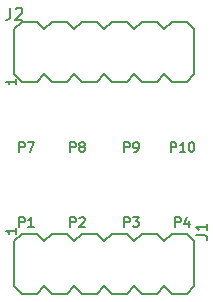
<source format=gto>
G04 #@! TF.GenerationSoftware,KiCad,Pcbnew,7.0.1*
G04 #@! TF.CreationDate,2023-03-21T03:43:12+09:00*
G04 #@! TF.ProjectId,Pmod_LED,506d6f64-5f4c-4454-942e-6b696361645f,rev?*
G04 #@! TF.SameCoordinates,Original*
G04 #@! TF.FileFunction,Legend,Top*
G04 #@! TF.FilePolarity,Positive*
%FSLAX46Y46*%
G04 Gerber Fmt 4.6, Leading zero omitted, Abs format (unit mm)*
G04 Created by KiCad (PCBNEW 7.0.1) date 2023-03-21 03:43:12*
%MOMM*%
%LPD*%
G01*
G04 APERTURE LIST*
%ADD10C,0.150000*%
G04 APERTURE END LIST*
D10*
X4235524Y-26278095D02*
X4235524Y-25478095D01*
X4235524Y-25478095D02*
X4540286Y-25478095D01*
X4540286Y-25478095D02*
X4616476Y-25516190D01*
X4616476Y-25516190D02*
X4654571Y-25554285D01*
X4654571Y-25554285D02*
X4692667Y-25630476D01*
X4692667Y-25630476D02*
X4692667Y-25744761D01*
X4692667Y-25744761D02*
X4654571Y-25820952D01*
X4654571Y-25820952D02*
X4616476Y-25859047D01*
X4616476Y-25859047D02*
X4540286Y-25897142D01*
X4540286Y-25897142D02*
X4235524Y-25897142D01*
X4959333Y-25478095D02*
X5492667Y-25478095D01*
X5492667Y-25478095D02*
X5149809Y-26278095D01*
X8553524Y-26278095D02*
X8553524Y-25478095D01*
X8553524Y-25478095D02*
X8858286Y-25478095D01*
X8858286Y-25478095D02*
X8934476Y-25516190D01*
X8934476Y-25516190D02*
X8972571Y-25554285D01*
X8972571Y-25554285D02*
X9010667Y-25630476D01*
X9010667Y-25630476D02*
X9010667Y-25744761D01*
X9010667Y-25744761D02*
X8972571Y-25820952D01*
X8972571Y-25820952D02*
X8934476Y-25859047D01*
X8934476Y-25859047D02*
X8858286Y-25897142D01*
X8858286Y-25897142D02*
X8553524Y-25897142D01*
X9467809Y-25820952D02*
X9391619Y-25782857D01*
X9391619Y-25782857D02*
X9353524Y-25744761D01*
X9353524Y-25744761D02*
X9315428Y-25668571D01*
X9315428Y-25668571D02*
X9315428Y-25630476D01*
X9315428Y-25630476D02*
X9353524Y-25554285D01*
X9353524Y-25554285D02*
X9391619Y-25516190D01*
X9391619Y-25516190D02*
X9467809Y-25478095D01*
X9467809Y-25478095D02*
X9620190Y-25478095D01*
X9620190Y-25478095D02*
X9696381Y-25516190D01*
X9696381Y-25516190D02*
X9734476Y-25554285D01*
X9734476Y-25554285D02*
X9772571Y-25630476D01*
X9772571Y-25630476D02*
X9772571Y-25668571D01*
X9772571Y-25668571D02*
X9734476Y-25744761D01*
X9734476Y-25744761D02*
X9696381Y-25782857D01*
X9696381Y-25782857D02*
X9620190Y-25820952D01*
X9620190Y-25820952D02*
X9467809Y-25820952D01*
X9467809Y-25820952D02*
X9391619Y-25859047D01*
X9391619Y-25859047D02*
X9353524Y-25897142D01*
X9353524Y-25897142D02*
X9315428Y-25973333D01*
X9315428Y-25973333D02*
X9315428Y-26125714D01*
X9315428Y-26125714D02*
X9353524Y-26201904D01*
X9353524Y-26201904D02*
X9391619Y-26240000D01*
X9391619Y-26240000D02*
X9467809Y-26278095D01*
X9467809Y-26278095D02*
X9620190Y-26278095D01*
X9620190Y-26278095D02*
X9696381Y-26240000D01*
X9696381Y-26240000D02*
X9734476Y-26201904D01*
X9734476Y-26201904D02*
X9772571Y-26125714D01*
X9772571Y-26125714D02*
X9772571Y-25973333D01*
X9772571Y-25973333D02*
X9734476Y-25897142D01*
X9734476Y-25897142D02*
X9696381Y-25859047D01*
X9696381Y-25859047D02*
X9620190Y-25820952D01*
X13125524Y-26278095D02*
X13125524Y-25478095D01*
X13125524Y-25478095D02*
X13430286Y-25478095D01*
X13430286Y-25478095D02*
X13506476Y-25516190D01*
X13506476Y-25516190D02*
X13544571Y-25554285D01*
X13544571Y-25554285D02*
X13582667Y-25630476D01*
X13582667Y-25630476D02*
X13582667Y-25744761D01*
X13582667Y-25744761D02*
X13544571Y-25820952D01*
X13544571Y-25820952D02*
X13506476Y-25859047D01*
X13506476Y-25859047D02*
X13430286Y-25897142D01*
X13430286Y-25897142D02*
X13125524Y-25897142D01*
X13963619Y-26278095D02*
X14116000Y-26278095D01*
X14116000Y-26278095D02*
X14192190Y-26240000D01*
X14192190Y-26240000D02*
X14230286Y-26201904D01*
X14230286Y-26201904D02*
X14306476Y-26087619D01*
X14306476Y-26087619D02*
X14344571Y-25935238D01*
X14344571Y-25935238D02*
X14344571Y-25630476D01*
X14344571Y-25630476D02*
X14306476Y-25554285D01*
X14306476Y-25554285D02*
X14268381Y-25516190D01*
X14268381Y-25516190D02*
X14192190Y-25478095D01*
X14192190Y-25478095D02*
X14039809Y-25478095D01*
X14039809Y-25478095D02*
X13963619Y-25516190D01*
X13963619Y-25516190D02*
X13925524Y-25554285D01*
X13925524Y-25554285D02*
X13887428Y-25630476D01*
X13887428Y-25630476D02*
X13887428Y-25820952D01*
X13887428Y-25820952D02*
X13925524Y-25897142D01*
X13925524Y-25897142D02*
X13963619Y-25935238D01*
X13963619Y-25935238D02*
X14039809Y-25973333D01*
X14039809Y-25973333D02*
X14192190Y-25973333D01*
X14192190Y-25973333D02*
X14268381Y-25935238D01*
X14268381Y-25935238D02*
X14306476Y-25897142D01*
X14306476Y-25897142D02*
X14344571Y-25820952D01*
X17062571Y-26278095D02*
X17062571Y-25478095D01*
X17062571Y-25478095D02*
X17367333Y-25478095D01*
X17367333Y-25478095D02*
X17443523Y-25516190D01*
X17443523Y-25516190D02*
X17481618Y-25554285D01*
X17481618Y-25554285D02*
X17519714Y-25630476D01*
X17519714Y-25630476D02*
X17519714Y-25744761D01*
X17519714Y-25744761D02*
X17481618Y-25820952D01*
X17481618Y-25820952D02*
X17443523Y-25859047D01*
X17443523Y-25859047D02*
X17367333Y-25897142D01*
X17367333Y-25897142D02*
X17062571Y-25897142D01*
X18281618Y-26278095D02*
X17824475Y-26278095D01*
X18053047Y-26278095D02*
X18053047Y-25478095D01*
X18053047Y-25478095D02*
X17976856Y-25592380D01*
X17976856Y-25592380D02*
X17900666Y-25668571D01*
X17900666Y-25668571D02*
X17824475Y-25706666D01*
X18776857Y-25478095D02*
X18853047Y-25478095D01*
X18853047Y-25478095D02*
X18929238Y-25516190D01*
X18929238Y-25516190D02*
X18967333Y-25554285D01*
X18967333Y-25554285D02*
X19005428Y-25630476D01*
X19005428Y-25630476D02*
X19043523Y-25782857D01*
X19043523Y-25782857D02*
X19043523Y-25973333D01*
X19043523Y-25973333D02*
X19005428Y-26125714D01*
X19005428Y-26125714D02*
X18967333Y-26201904D01*
X18967333Y-26201904D02*
X18929238Y-26240000D01*
X18929238Y-26240000D02*
X18853047Y-26278095D01*
X18853047Y-26278095D02*
X18776857Y-26278095D01*
X18776857Y-26278095D02*
X18700666Y-26240000D01*
X18700666Y-26240000D02*
X18662571Y-26201904D01*
X18662571Y-26201904D02*
X18624476Y-26125714D01*
X18624476Y-26125714D02*
X18586380Y-25973333D01*
X18586380Y-25973333D02*
X18586380Y-25782857D01*
X18586380Y-25782857D02*
X18624476Y-25630476D01*
X18624476Y-25630476D02*
X18662571Y-25554285D01*
X18662571Y-25554285D02*
X18700666Y-25516190D01*
X18700666Y-25516190D02*
X18776857Y-25478095D01*
X17443524Y-32628095D02*
X17443524Y-31828095D01*
X17443524Y-31828095D02*
X17748286Y-31828095D01*
X17748286Y-31828095D02*
X17824476Y-31866190D01*
X17824476Y-31866190D02*
X17862571Y-31904285D01*
X17862571Y-31904285D02*
X17900667Y-31980476D01*
X17900667Y-31980476D02*
X17900667Y-32094761D01*
X17900667Y-32094761D02*
X17862571Y-32170952D01*
X17862571Y-32170952D02*
X17824476Y-32209047D01*
X17824476Y-32209047D02*
X17748286Y-32247142D01*
X17748286Y-32247142D02*
X17443524Y-32247142D01*
X18586381Y-32094761D02*
X18586381Y-32628095D01*
X18395905Y-31790000D02*
X18205428Y-32361428D01*
X18205428Y-32361428D02*
X18700667Y-32361428D01*
X13125524Y-32628095D02*
X13125524Y-31828095D01*
X13125524Y-31828095D02*
X13430286Y-31828095D01*
X13430286Y-31828095D02*
X13506476Y-31866190D01*
X13506476Y-31866190D02*
X13544571Y-31904285D01*
X13544571Y-31904285D02*
X13582667Y-31980476D01*
X13582667Y-31980476D02*
X13582667Y-32094761D01*
X13582667Y-32094761D02*
X13544571Y-32170952D01*
X13544571Y-32170952D02*
X13506476Y-32209047D01*
X13506476Y-32209047D02*
X13430286Y-32247142D01*
X13430286Y-32247142D02*
X13125524Y-32247142D01*
X13849333Y-31828095D02*
X14344571Y-31828095D01*
X14344571Y-31828095D02*
X14077905Y-32132857D01*
X14077905Y-32132857D02*
X14192190Y-32132857D01*
X14192190Y-32132857D02*
X14268381Y-32170952D01*
X14268381Y-32170952D02*
X14306476Y-32209047D01*
X14306476Y-32209047D02*
X14344571Y-32285238D01*
X14344571Y-32285238D02*
X14344571Y-32475714D01*
X14344571Y-32475714D02*
X14306476Y-32551904D01*
X14306476Y-32551904D02*
X14268381Y-32590000D01*
X14268381Y-32590000D02*
X14192190Y-32628095D01*
X14192190Y-32628095D02*
X13963619Y-32628095D01*
X13963619Y-32628095D02*
X13887428Y-32590000D01*
X13887428Y-32590000D02*
X13849333Y-32551904D01*
X8553524Y-32628095D02*
X8553524Y-31828095D01*
X8553524Y-31828095D02*
X8858286Y-31828095D01*
X8858286Y-31828095D02*
X8934476Y-31866190D01*
X8934476Y-31866190D02*
X8972571Y-31904285D01*
X8972571Y-31904285D02*
X9010667Y-31980476D01*
X9010667Y-31980476D02*
X9010667Y-32094761D01*
X9010667Y-32094761D02*
X8972571Y-32170952D01*
X8972571Y-32170952D02*
X8934476Y-32209047D01*
X8934476Y-32209047D02*
X8858286Y-32247142D01*
X8858286Y-32247142D02*
X8553524Y-32247142D01*
X9315428Y-31904285D02*
X9353524Y-31866190D01*
X9353524Y-31866190D02*
X9429714Y-31828095D01*
X9429714Y-31828095D02*
X9620190Y-31828095D01*
X9620190Y-31828095D02*
X9696381Y-31866190D01*
X9696381Y-31866190D02*
X9734476Y-31904285D01*
X9734476Y-31904285D02*
X9772571Y-31980476D01*
X9772571Y-31980476D02*
X9772571Y-32056666D01*
X9772571Y-32056666D02*
X9734476Y-32170952D01*
X9734476Y-32170952D02*
X9277333Y-32628095D01*
X9277333Y-32628095D02*
X9772571Y-32628095D01*
X4235524Y-32628095D02*
X4235524Y-31828095D01*
X4235524Y-31828095D02*
X4540286Y-31828095D01*
X4540286Y-31828095D02*
X4616476Y-31866190D01*
X4616476Y-31866190D02*
X4654571Y-31904285D01*
X4654571Y-31904285D02*
X4692667Y-31980476D01*
X4692667Y-31980476D02*
X4692667Y-32094761D01*
X4692667Y-32094761D02*
X4654571Y-32170952D01*
X4654571Y-32170952D02*
X4616476Y-32209047D01*
X4616476Y-32209047D02*
X4540286Y-32247142D01*
X4540286Y-32247142D02*
X4235524Y-32247142D01*
X5454571Y-32628095D02*
X4997428Y-32628095D01*
X5226000Y-32628095D02*
X5226000Y-31828095D01*
X5226000Y-31828095D02*
X5149809Y-31942380D01*
X5149809Y-31942380D02*
X5073619Y-32018571D01*
X5073619Y-32018571D02*
X4997428Y-32056666D01*
G04 #@! TO.C,J1*
X19147619Y-33353333D02*
X19861904Y-33353333D01*
X19861904Y-33353333D02*
X20004761Y-33400952D01*
X20004761Y-33400952D02*
X20100000Y-33496190D01*
X20100000Y-33496190D02*
X20147619Y-33639047D01*
X20147619Y-33639047D02*
X20147619Y-33734285D01*
X20147619Y-32353333D02*
X20147619Y-32924761D01*
X20147619Y-32639047D02*
X19147619Y-32639047D01*
X19147619Y-32639047D02*
X19290476Y-32734285D01*
X19290476Y-32734285D02*
X19385714Y-32829523D01*
X19385714Y-32829523D02*
X19433333Y-32924761D01*
X3926095Y-32737428D02*
X3926095Y-33194571D01*
X3926095Y-32965999D02*
X3126095Y-32965999D01*
X3126095Y-32965999D02*
X3240380Y-33042190D01*
X3240380Y-33042190D02*
X3316571Y-33118380D01*
X3316571Y-33118380D02*
X3354666Y-33194571D01*
G04 #@! TO.C,J2*
X3476666Y-14067619D02*
X3476666Y-14781904D01*
X3476666Y-14781904D02*
X3429047Y-14924761D01*
X3429047Y-14924761D02*
X3333809Y-15020000D01*
X3333809Y-15020000D02*
X3190952Y-15067619D01*
X3190952Y-15067619D02*
X3095714Y-15067619D01*
X3905238Y-14162857D02*
X3952857Y-14115238D01*
X3952857Y-14115238D02*
X4048095Y-14067619D01*
X4048095Y-14067619D02*
X4286190Y-14067619D01*
X4286190Y-14067619D02*
X4381428Y-14115238D01*
X4381428Y-14115238D02*
X4429047Y-14162857D01*
X4429047Y-14162857D02*
X4476666Y-14258095D01*
X4476666Y-14258095D02*
X4476666Y-14353333D01*
X4476666Y-14353333D02*
X4429047Y-14496190D01*
X4429047Y-14496190D02*
X3857619Y-15067619D01*
X3857619Y-15067619D02*
X4476666Y-15067619D01*
X3926095Y-20091428D02*
X3926095Y-20548571D01*
X3926095Y-20319999D02*
X3126095Y-20319999D01*
X3126095Y-20319999D02*
X3240380Y-20396190D01*
X3240380Y-20396190D02*
X3316571Y-20472380D01*
X3316571Y-20472380D02*
X3354666Y-20548571D01*
G04 #@! TO.C,J1*
X4445000Y-38300000D02*
X3810000Y-37665000D01*
X5715000Y-38300000D02*
X4445000Y-38300000D01*
X6985000Y-38300000D02*
X6350000Y-37665000D01*
X8255000Y-38300000D02*
X6985000Y-38300000D01*
X9525000Y-38300000D02*
X8890000Y-37665000D01*
X10795000Y-38300000D02*
X9525000Y-38300000D01*
X12065000Y-38300000D02*
X11430000Y-37665000D01*
X13335000Y-38300000D02*
X12065000Y-38300000D01*
X14605000Y-38300000D02*
X13970000Y-37665000D01*
X15875000Y-38300000D02*
X14605000Y-38300000D01*
X17145000Y-38300000D02*
X16510000Y-37665000D01*
X18415000Y-38300000D02*
X17145000Y-38300000D01*
X3810000Y-37665000D02*
X3810000Y-33855000D01*
X6350000Y-37665000D02*
X5715000Y-38300000D01*
X8890000Y-37665000D02*
X8255000Y-38300000D01*
X11430000Y-37665000D02*
X10795000Y-38300000D01*
X13970000Y-37665000D02*
X13335000Y-38300000D01*
X16510000Y-37665000D02*
X15875000Y-38300000D01*
X19050000Y-37665000D02*
X18415000Y-38300000D01*
X3810000Y-33855000D02*
X4445000Y-33220000D01*
X6350000Y-33855000D02*
X6985000Y-33220000D01*
X8890000Y-33855000D02*
X9525000Y-33220000D01*
X11430000Y-33855000D02*
X12065000Y-33220000D01*
X13970000Y-33855000D02*
X14605000Y-33220000D01*
X16510000Y-33855000D02*
X17145000Y-33220000D01*
X19050000Y-33855000D02*
X19050000Y-37665000D01*
X4445000Y-33220000D02*
X5715000Y-33220000D01*
X5715000Y-33220000D02*
X6350000Y-33855000D01*
X6985000Y-33220000D02*
X8255000Y-33220000D01*
X8255000Y-33220000D02*
X8890000Y-33855000D01*
X9525000Y-33220000D02*
X10795000Y-33220000D01*
X10795000Y-33220000D02*
X11430000Y-33855000D01*
X12065000Y-33220000D02*
X13335000Y-33220000D01*
X13335000Y-33220000D02*
X13970000Y-33855000D01*
X14605000Y-33220000D02*
X15875000Y-33220000D01*
X15875000Y-33220000D02*
X16510000Y-33855000D01*
X17145000Y-33220000D02*
X18415000Y-33220000D01*
X18415000Y-33220000D02*
X19050000Y-33855000D01*
G04 #@! TO.C,J2*
X4445000Y-20320000D02*
X3810000Y-19685000D01*
X5715000Y-20320000D02*
X4445000Y-20320000D01*
X6985000Y-20320000D02*
X6350000Y-19685000D01*
X8255000Y-20320000D02*
X6985000Y-20320000D01*
X9525000Y-20320000D02*
X8890000Y-19685000D01*
X10795000Y-20320000D02*
X9525000Y-20320000D01*
X12065000Y-20320000D02*
X11430000Y-19685000D01*
X13335000Y-20320000D02*
X12065000Y-20320000D01*
X14605000Y-20320000D02*
X13970000Y-19685000D01*
X15875000Y-20320000D02*
X14605000Y-20320000D01*
X17145000Y-20320000D02*
X16510000Y-19685000D01*
X18415000Y-20320000D02*
X17145000Y-20320000D01*
X3810000Y-19685000D02*
X3810000Y-15875000D01*
X6350000Y-19685000D02*
X5715000Y-20320000D01*
X8890000Y-19685000D02*
X8255000Y-20320000D01*
X11430000Y-19685000D02*
X10795000Y-20320000D01*
X13970000Y-19685000D02*
X13335000Y-20320000D01*
X16510000Y-19685000D02*
X15875000Y-20320000D01*
X19050000Y-19685000D02*
X18415000Y-20320000D01*
X3810000Y-15875000D02*
X4445000Y-15240000D01*
X6350000Y-15875000D02*
X6985000Y-15240000D01*
X8890000Y-15875000D02*
X9525000Y-15240000D01*
X11430000Y-15875000D02*
X12065000Y-15240000D01*
X13970000Y-15875000D02*
X14605000Y-15240000D01*
X16510000Y-15875000D02*
X17145000Y-15240000D01*
X19050000Y-15875000D02*
X19050000Y-19685000D01*
X4445000Y-15240000D02*
X5715000Y-15240000D01*
X5715000Y-15240000D02*
X6350000Y-15875000D01*
X6985000Y-15240000D02*
X8255000Y-15240000D01*
X8255000Y-15240000D02*
X8890000Y-15875000D01*
X9525000Y-15240000D02*
X10795000Y-15240000D01*
X10795000Y-15240000D02*
X11430000Y-15875000D01*
X12065000Y-15240000D02*
X13335000Y-15240000D01*
X13335000Y-15240000D02*
X13970000Y-15875000D01*
X14605000Y-15240000D02*
X15875000Y-15240000D01*
X15875000Y-15240000D02*
X16510000Y-15875000D01*
X17145000Y-15240000D02*
X18415000Y-15240000D01*
X18415000Y-15240000D02*
X19050000Y-15875000D01*
G04 #@! TD*
M02*

</source>
